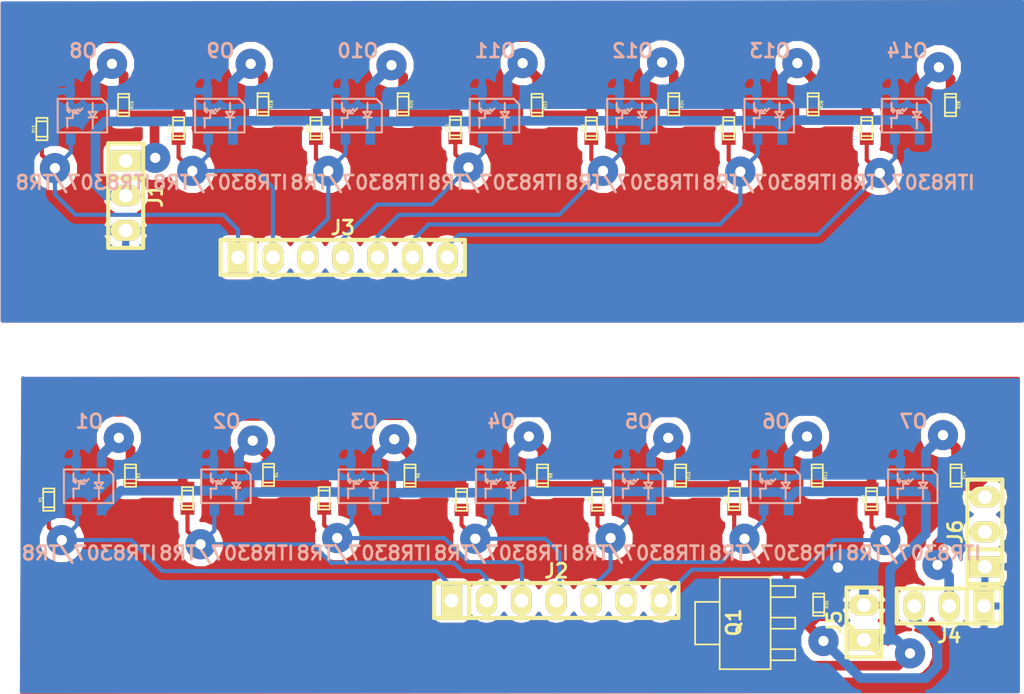
<source format=kicad_pcb>
(kicad_pcb (version 4) (host pcbnew "(2015-02-24 BZR 5451)-product")
  (layers (0 F.Cu signal) (31 B.Cu signal) (34 B.Paste user hide) (35 F.Paste user hide) (36 B.SilkS user) (37 F.SilkS user) (38 B.Mask user hide) (39 F.Mask user hide) (44 Edge.Cuts user))
  (net 0 "")
  (net 1 GND)
  (net 2 VDD50)
  (net 3 ADC0)
  (net 4 ADC2)
  (net 5 ADC3)
  (net 6 ADC4)
  (net 7 ADC5)
  (net 8 ADC6)
  (net 9 ADC7)
  (net 10 ADC8)
  (net 11 ADC9)
  (net 12 ADC1)
  (net 13 ADC13)
  (net 14 SENS_NFET)
  (net 15 ADC12)
  (net 16 ADC11)
  (net 17 ADC10)
  (net 18 /MOS_DRAIN)
  (net 19 "Net-(O1-Pad2)")
  (net 20 "Net-(O2-Pad2)")
  (net 21 "Net-(O3-Pad2)")
  (net 22 "Net-(O4-Pad2)")
  (net 23 "Net-(O5-Pad2)")
  (net 24 "Net-(O6-Pad2)")
  (net 25 "Net-(O7-Pad2)")
  (net 26 "Net-(O8-Pad2)")
  (net 27 "Net-(O9-Pad2)")
  (net 28 "Net-(O10-Pad2)")
  (net 29 "Net-(O11-Pad2)")
  (net 30 "Net-(O12-Pad2)")
  (net 31 "Net-(O13-Pad2)")
  (net 32 "Net-(O14-Pad2)")
  (module w_pin_strip:pin_strip_7 (layer F.Cu) (at 102 102.35)
    (fp_text reference J2 (at 0 -2.159) (layer F.SilkS) (effects (font (size 1.016 1.016) (thickness 0.2032))))
    (fp_text value HEADER_7 hide)
    (pad 1 thru_hole rect (at -7.62 0) (size 1.524 2.19964) (drill 1.00076) (layers *.Cu *.Mask F.SilkS) (net 3 ADC0))
    (pad 2 thru_hole oval (at -5.08 0) (size 1.524 2.19964) (drill 1.00076) (layers *.Cu *.Mask F.SilkS) (net 12 ADC1))
    (pad 3 thru_hole oval (at -2.54 0) (size 1.524 2.19964) (drill 1.00076) (layers *.Cu *.Mask F.SilkS) (net 4 ADC2))
    (pad 4 thru_hole oval (at 0 0) (size 1.524 2.19964) (drill 1.00076) (layers *.Cu *.Mask F.SilkS) (net 5 ADC3))
    (pad 5 thru_hole oval (at 2.54 0) (size 1.524 2.19964) (drill 1.00076) (layers *.Cu *.Mask F.SilkS) (net 6 ADC4))
    (pad 6 thru_hole oval (at 5.08 0) (size 1.524 2.19964) (drill 1.00076) (layers *.Cu *.Mask F.SilkS) (net 7 ADC5))
    (pad 7 thru_hole oval (at 7.62 0) (size 1.524 2.19964) (drill 1.00076) (layers *.Cu *.Mask F.SilkS) (net 8 ADC6))
  )
  (module w_pin_strip:pin_strip_7 (layer F.Cu) (at 86.45 77.35)
    (fp_text reference J3 (at 0 -2.159) (layer F.SilkS) (effects (font (size 1.016 1.016) (thickness 0.2032))))
    (fp_text value HEADER_7 hide)
    (pad 1 thru_hole rect (at -7.62 0) (size 1.524 2.19964) (drill 1.00076) (layers *.Cu *.Mask F.SilkS) (net 9 ADC7))
    (pad 2 thru_hole oval (at -5.08 0) (size 1.524 2.19964) (drill 1.00076) (layers *.Cu *.Mask F.SilkS) (net 10 ADC8))
    (pad 3 thru_hole oval (at -2.54 0) (size 1.524 2.19964) (drill 1.00076) (layers *.Cu *.Mask F.SilkS) (net 11 ADC9))
    (pad 4 thru_hole oval (at 0 0) (size 1.524 2.19964) (drill 1.00076) (layers *.Cu *.Mask F.SilkS) (net 17 ADC10))
    (pad 5 thru_hole oval (at 2.54 0) (size 1.524 2.19964) (drill 1.00076) (layers *.Cu *.Mask F.SilkS) (net 16 ADC11))
    (pad 6 thru_hole oval (at 5.08 0) (size 1.524 2.19964) (drill 1.00076) (layers *.Cu *.Mask F.SilkS) (net 15 ADC12))
    (pad 7 thru_hole oval (at 7.62 0) (size 1.524 2.19964) (drill 1.00076) (layers *.Cu *.Mask F.SilkS) (net 13 ADC13))
  )
  (module w_pin_strip:pin_strip_3 (layer F.Cu) (at 130.6 102.75 180)
    (fp_text reference J4 (at 0 -2.159 180) (layer F.SilkS) (effects (font (size 1.016 1.016) (thickness 0.2032))))
    (fp_text value HEADER_3 hide)
    (pad 1 thru_hole rect (at -2.54 0 180) (size 1.524 2.19964) (drill 1.00076) (layers *.Cu *.Mask F.SilkS) (net 1 GND))
    (pad 2 thru_hole oval (at 0 0 180) (size 1.524 2.19964) (drill 1.00076) (layers *.Cu *.Mask F.SilkS) (net 2 VDD50))
    (pad 3 thru_hole oval (at 2.54 0 180) (size 1.524 2.19964) (drill 1.00076) (layers *.Cu *.Mask F.SilkS) (net 14 SENS_NFET))
  )
  (module w_pin_strip:pin_strip_2 (layer F.Cu) (at 124.4 103.95 90)
    (fp_text reference J5 (at 0 -2.159 90) (layer F.SilkS) (effects (font (size 1.016 1.016) (thickness 0.2032))))
    (fp_text value HEADER_2 hide)
    (pad 1 thru_hole rect (at -1.27 0 90) (size 1.524 2.19964) (drill 1.00076) (layers *.Cu *.Mask F.SilkS) (net 18 /MOS_DRAIN))
    (pad 2 thru_hole oval (at 1.27 0 90) (size 1.524 2.19964) (drill 1.00076) (layers *.Cu *.Mask F.SilkS) (net 1 GND))
  )
  (module freaquency:w_freaquency_smd_opto_ITR8307 (layer B.Cu) (at 68 94 180)
    (fp_text reference O1 (at 0 4.7 180) (layer B.SilkS) (effects (font (thickness 0.2)) (justify mirror)))
    (fp_text value ITR8307/TR8 (at 0 -4.9 180) (layer B.SilkS) (effects (font (thickness 0.2)) (justify mirror)))
    (pad 1 smd rect (at -0.9 -1.75 180) (size 0.7 0.8) (layers B.Cu B.Paste B.Mask) (net 18 /MOS_DRAIN))
    (pad 2 smd rect (at -0.9 1.75 180) (size 0.7 0.8) (layers B.Cu B.Paste B.Mask) (net 19 "Net-(O1-Pad2)"))
    (pad 3 smd rect (at 0.9 -1.75 180) (size 0.7 0.8) (layers B.Cu B.Paste B.Mask) (net 3 ADC0))
    (pad 4 smd rect (at 0.95 1.75 180) (size 0.7 0.8) (layers B.Cu B.Paste B.Mask) (net 1 GND))
  )
  (module freaquency:w_freaquency_smd_opto_ITR8307 (layer B.Cu) (at 78 94 180)
    (fp_text reference O2 (at 0 4.7 180) (layer B.SilkS) (effects (font (thickness 0.2)) (justify mirror)))
    (fp_text value ITR8307/TR8 (at 0 -4.9 180) (layer B.SilkS) (effects (font (thickness 0.2)) (justify mirror)))
    (pad 1 smd rect (at -0.9 -1.75 180) (size 0.7 0.8) (layers B.Cu B.Paste B.Mask) (net 18 /MOS_DRAIN))
    (pad 2 smd rect (at -0.9 1.75 180) (size 0.7 0.8) (layers B.Cu B.Paste B.Mask) (net 20 "Net-(O2-Pad2)"))
    (pad 3 smd rect (at 0.9 -1.75 180) (size 0.7 0.8) (layers B.Cu B.Paste B.Mask) (net 12 ADC1))
    (pad 4 smd rect (at 0.95 1.75 180) (size 0.7 0.8) (layers B.Cu B.Paste B.Mask) (net 1 GND))
  )
  (module freaquency:w_freaquency_smd_opto_ITR8307 (layer B.Cu) (at 88 94 180)
    (fp_text reference O3 (at 0 4.7 180) (layer B.SilkS) (effects (font (thickness 0.2)) (justify mirror)))
    (fp_text value ITR8307/TR8 (at 0 -4.9 180) (layer B.SilkS) (effects (font (thickness 0.2)) (justify mirror)))
    (pad 1 smd rect (at -0.9 -1.75 180) (size 0.7 0.8) (layers B.Cu B.Paste B.Mask) (net 18 /MOS_DRAIN))
    (pad 2 smd rect (at -0.9 1.75 180) (size 0.7 0.8) (layers B.Cu B.Paste B.Mask) (net 21 "Net-(O3-Pad2)"))
    (pad 3 smd rect (at 0.9 -1.75 180) (size 0.7 0.8) (layers B.Cu B.Paste B.Mask) (net 4 ADC2))
    (pad 4 smd rect (at 0.95 1.75 180) (size 0.7 0.8) (layers B.Cu B.Paste B.Mask) (net 1 GND))
  )
  (module freaquency:w_freaquency_smd_opto_ITR8307 (layer B.Cu) (at 98 94 180)
    (fp_text reference O4 (at 0 4.7 180) (layer B.SilkS) (effects (font (thickness 0.2)) (justify mirror)))
    (fp_text value ITR8307/TR8 (at 0 -4.9 180) (layer B.SilkS) (effects (font (thickness 0.2)) (justify mirror)))
    (pad 1 smd rect (at -0.9 -1.75 180) (size 0.7 0.8) (layers B.Cu B.Paste B.Mask) (net 18 /MOS_DRAIN))
    (pad 2 smd rect (at -0.9 1.75 180) (size 0.7 0.8) (layers B.Cu B.Paste B.Mask) (net 22 "Net-(O4-Pad2)"))
    (pad 3 smd rect (at 0.9 -1.75 180) (size 0.7 0.8) (layers B.Cu B.Paste B.Mask) (net 5 ADC3))
    (pad 4 smd rect (at 0.95 1.75 180) (size 0.7 0.8) (layers B.Cu B.Paste B.Mask) (net 1 GND))
  )
  (module freaquency:w_freaquency_smd_opto_ITR8307 (layer B.Cu) (at 108 94 180)
    (fp_text reference O5 (at 0 4.7 180) (layer B.SilkS) (effects (font (thickness 0.2)) (justify mirror)))
    (fp_text value ITR8307/TR8 (at 0 -4.9 180) (layer B.SilkS) (effects (font (thickness 0.2)) (justify mirror)))
    (pad 1 smd rect (at -0.9 -1.75 180) (size 0.7 0.8) (layers B.Cu B.Paste B.Mask) (net 18 /MOS_DRAIN))
    (pad 2 smd rect (at -0.9 1.75 180) (size 0.7 0.8) (layers B.Cu B.Paste B.Mask) (net 23 "Net-(O5-Pad2)"))
    (pad 3 smd rect (at 0.9 -1.75 180) (size 0.7 0.8) (layers B.Cu B.Paste B.Mask) (net 6 ADC4))
    (pad 4 smd rect (at 0.95 1.75 180) (size 0.7 0.8) (layers B.Cu B.Paste B.Mask) (net 1 GND))
  )
  (module freaquency:w_freaquency_smd_opto_ITR8307 (layer B.Cu) (at 118 94 180)
    (fp_text reference O6 (at 0 4.7 180) (layer B.SilkS) (effects (font (thickness 0.2)) (justify mirror)))
    (fp_text value ITR8307/TR8 (at 0 -4.9 180) (layer B.SilkS) (effects (font (thickness 0.2)) (justify mirror)))
    (pad 1 smd rect (at -0.9 -1.75 180) (size 0.7 0.8) (layers B.Cu B.Paste B.Mask) (net 18 /MOS_DRAIN))
    (pad 2 smd rect (at -0.9 1.75 180) (size 0.7 0.8) (layers B.Cu B.Paste B.Mask) (net 24 "Net-(O6-Pad2)"))
    (pad 3 smd rect (at 0.9 -1.75 180) (size 0.7 0.8) (layers B.Cu B.Paste B.Mask) (net 7 ADC5))
    (pad 4 smd rect (at 0.95 1.75 180) (size 0.7 0.8) (layers B.Cu B.Paste B.Mask) (net 1 GND))
  )
  (module freaquency:w_freaquency_smd_opto_ITR8307 (layer B.Cu) (at 128 94 180)
    (fp_text reference O7 (at 0 4.7 180) (layer B.SilkS) (effects (font (thickness 0.2)) (justify mirror)))
    (fp_text value ITR8307/TR8 (at 0 -4.9 180) (layer B.SilkS) (effects (font (thickness 0.2)) (justify mirror)))
    (pad 1 smd rect (at -0.9 -1.75 180) (size 0.7 0.8) (layers B.Cu B.Paste B.Mask) (net 18 /MOS_DRAIN))
    (pad 2 smd rect (at -0.9 1.75 180) (size 0.7 0.8) (layers B.Cu B.Paste B.Mask) (net 25 "Net-(O7-Pad2)"))
    (pad 3 smd rect (at 0.9 -1.75 180) (size 0.7 0.8) (layers B.Cu B.Paste B.Mask) (net 8 ADC6))
    (pad 4 smd rect (at 0.95 1.75 180) (size 0.7 0.8) (layers B.Cu B.Paste B.Mask) (net 1 GND))
  )
  (module freaquency:w_freaquency_smd_opto_ITR8307 (layer B.Cu) (at 67.55 67 180)
    (fp_text reference O8 (at 0 4.7 180) (layer B.SilkS) (effects (font (thickness 0.2)) (justify mirror)))
    (fp_text value ITR8307/TR8 (at 0 -4.9 180) (layer B.SilkS) (effects (font (thickness 0.2)) (justify mirror)))
    (pad 1 smd rect (at -0.9 -1.75 180) (size 0.7 0.8) (layers B.Cu B.Paste B.Mask) (net 18 /MOS_DRAIN))
    (pad 2 smd rect (at -0.9 1.75 180) (size 0.7 0.8) (layers B.Cu B.Paste B.Mask) (net 26 "Net-(O8-Pad2)"))
    (pad 3 smd rect (at 0.9 -1.75 180) (size 0.7 0.8) (layers B.Cu B.Paste B.Mask) (net 9 ADC7))
    (pad 4 smd rect (at 0.95 1.75 180) (size 0.7 0.8) (layers B.Cu B.Paste B.Mask) (net 1 GND))
  )
  (module freaquency:w_freaquency_smd_opto_ITR8307 (layer B.Cu) (at 77.55 67 180)
    (fp_text reference O9 (at 0 4.7 180) (layer B.SilkS) (effects (font (thickness 0.2)) (justify mirror)))
    (fp_text value ITR8307/TR8 (at 0 -4.9 180) (layer B.SilkS) (effects (font (thickness 0.2)) (justify mirror)))
    (pad 1 smd rect (at -0.9 -1.75 180) (size 0.7 0.8) (layers B.Cu B.Paste B.Mask) (net 18 /MOS_DRAIN))
    (pad 2 smd rect (at -0.9 1.75 180) (size 0.7 0.8) (layers B.Cu B.Paste B.Mask) (net 27 "Net-(O9-Pad2)"))
    (pad 3 smd rect (at 0.9 -1.75 180) (size 0.7 0.8) (layers B.Cu B.Paste B.Mask) (net 10 ADC8))
    (pad 4 smd rect (at 0.95 1.75 180) (size 0.7 0.8) (layers B.Cu B.Paste B.Mask) (net 1 GND))
  )
  (module freaquency:w_freaquency_smd_opto_ITR8307 (layer B.Cu) (at 87.55 67 180)
    (fp_text reference O10 (at 0 4.7 180) (layer B.SilkS) (effects (font (thickness 0.2)) (justify mirror)))
    (fp_text value ITR8307/TR8 (at 0 -4.9 180) (layer B.SilkS) (effects (font (thickness 0.2)) (justify mirror)))
    (pad 1 smd rect (at -0.9 -1.75 180) (size 0.7 0.8) (layers B.Cu B.Paste B.Mask) (net 18 /MOS_DRAIN))
    (pad 2 smd rect (at -0.9 1.75 180) (size 0.7 0.8) (layers B.Cu B.Paste B.Mask) (net 28 "Net-(O10-Pad2)"))
    (pad 3 smd rect (at 0.9 -1.75 180) (size 0.7 0.8) (layers B.Cu B.Paste B.Mask) (net 11 ADC9))
    (pad 4 smd rect (at 0.95 1.75 180) (size 0.7 0.8) (layers B.Cu B.Paste B.Mask) (net 1 GND))
  )
  (module freaquency:w_freaquency_smd_opto_ITR8307 (layer B.Cu) (at 97.55 67 180)
    (fp_text reference O11 (at 0 4.7 180) (layer B.SilkS) (effects (font (thickness 0.2)) (justify mirror)))
    (fp_text value ITR8307/TR8 (at 0 -4.9 180) (layer B.SilkS) (effects (font (thickness 0.2)) (justify mirror)))
    (pad 1 smd rect (at -0.9 -1.75 180) (size 0.7 0.8) (layers B.Cu B.Paste B.Mask) (net 18 /MOS_DRAIN))
    (pad 2 smd rect (at -0.9 1.75 180) (size 0.7 0.8) (layers B.Cu B.Paste B.Mask) (net 29 "Net-(O11-Pad2)"))
    (pad 3 smd rect (at 0.9 -1.75 180) (size 0.7 0.8) (layers B.Cu B.Paste B.Mask) (net 17 ADC10))
    (pad 4 smd rect (at 0.95 1.75 180) (size 0.7 0.8) (layers B.Cu B.Paste B.Mask) (net 1 GND))
  )
  (module freaquency:w_freaquency_smd_opto_ITR8307 (layer B.Cu) (at 107.55 67 180)
    (fp_text reference O12 (at 0 4.7 180) (layer B.SilkS) (effects (font (thickness 0.2)) (justify mirror)))
    (fp_text value ITR8307/TR8 (at 0 -4.9 180) (layer B.SilkS) (effects (font (thickness 0.2)) (justify mirror)))
    (pad 1 smd rect (at -0.9 -1.75 180) (size 0.7 0.8) (layers B.Cu B.Paste B.Mask) (net 18 /MOS_DRAIN))
    (pad 2 smd rect (at -0.9 1.75 180) (size 0.7 0.8) (layers B.Cu B.Paste B.Mask) (net 30 "Net-(O12-Pad2)"))
    (pad 3 smd rect (at 0.9 -1.75 180) (size 0.7 0.8) (layers B.Cu B.Paste B.Mask) (net 16 ADC11))
    (pad 4 smd rect (at 0.95 1.75 180) (size 0.7 0.8) (layers B.Cu B.Paste B.Mask) (net 1 GND))
  )
  (module freaquency:w_freaquency_smd_opto_ITR8307 (layer B.Cu) (at 117.55 67 180)
    (fp_text reference O13 (at 0 4.7 180) (layer B.SilkS) (effects (font (thickness 0.2)) (justify mirror)))
    (fp_text value ITR8307/TR8 (at 0 -4.9 180) (layer B.SilkS) (effects (font (thickness 0.2)) (justify mirror)))
    (pad 1 smd rect (at -0.9 -1.75 180) (size 0.7 0.8) (layers B.Cu B.Paste B.Mask) (net 18 /MOS_DRAIN))
    (pad 2 smd rect (at -0.9 1.75 180) (size 0.7 0.8) (layers B.Cu B.Paste B.Mask) (net 31 "Net-(O13-Pad2)"))
    (pad 3 smd rect (at 0.9 -1.75 180) (size 0.7 0.8) (layers B.Cu B.Paste B.Mask) (net 15 ADC12))
    (pad 4 smd rect (at 0.95 1.75 180) (size 0.7 0.8) (layers B.Cu B.Paste B.Mask) (net 1 GND))
  )
  (module freaquency:w_freaquency_smd_opto_ITR8307 (layer B.Cu) (at 127.55 67 180)
    (fp_text reference O14 (at 0 4.7 180) (layer B.SilkS) (effects (font (thickness 0.2)) (justify mirror)))
    (fp_text value ITR8307/TR8 (at 0 -4.9 180) (layer B.SilkS) (effects (font (thickness 0.2)) (justify mirror)))
    (pad 1 smd rect (at -0.9 -1.75 180) (size 0.7 0.8) (layers B.Cu B.Paste B.Mask) (net 18 /MOS_DRAIN))
    (pad 2 smd rect (at -0.9 1.75 180) (size 0.7 0.8) (layers B.Cu B.Paste B.Mask) (net 32 "Net-(O14-Pad2)"))
    (pad 3 smd rect (at 0.9 -1.75 180) (size 0.7 0.8) (layers B.Cu B.Paste B.Mask) (net 13 ADC13))
    (pad 4 smd rect (at 0.95 1.75 180) (size 0.7 0.8) (layers B.Cu B.Paste B.Mask) (net 1 GND))
  )
  (module w_smd_trans:sot223 (layer F.Cu) (at 115.75 104 90)
    (fp_text reference Q1 (at 0.0508 -0.8382 90) (layer F.SilkS) (effects (font (size 1.00076 1.00076) (thickness 0.20066))))
    (fp_text value FET_N_DGS hide)
    (pad 1 smd rect (at -2.30124 2.99974 90) (size 1.30048 1.80086) (layers F.Cu F.Paste F.Mask) (net 18 /MOS_DRAIN))
    (pad 2 smd rect (at 0 2.99974 90) (size 1.30048 1.80086) (layers F.Cu F.Paste F.Mask) (net 14 SENS_NFET))
    (pad 3 smd rect (at 2.30124 2.99974 90) (size 1.30048 1.80086) (layers F.Cu F.Paste F.Mask) (net 1 GND))
    (pad 4 smd rect (at 0 -2.99974 90) (size 3.79984 1.80086) (layers F.Cu F.Paste F.Mask))
  )
  (module w_smd_resistors:r_0603 (layer F.Cu) (at 65.05 95 90)
    (fp_text reference R1 (at 0 -0.6096 90) (layer F.SilkS) (effects (font (size 0.20066 0.20066) (thickness 0.04064))))
    (fp_text value 10k hide)
    (pad 1 smd rect (at 0.75184 0 90) (size 0.89916 1.00076) (layers F.Cu F.Paste F.Mask) (net 2 VDD50))
    (pad 2 smd rect (at -0.75184 0 90) (size 0.89916 1.00076) (layers F.Cu F.Paste F.Mask) (net 3 ADC0))
  )
  (module w_smd_resistors:r_0603 (layer F.Cu) (at 71 93.25 270)
    (fp_text reference R2 (at 0 -0.6096 270) (layer F.SilkS) (effects (font (size 0.20066 0.20066) (thickness 0.04064))))
    (fp_text value 150 hide)
    (pad 1 smd rect (at 0.75184 0 270) (size 0.89916 1.00076) (layers F.Cu F.Paste F.Mask) (net 2 VDD50))
    (pad 2 smd rect (at -0.75184 0 270) (size 0.89916 1.00076) (layers F.Cu F.Paste F.Mask) (net 19 "Net-(O1-Pad2)"))
  )
  (module w_smd_resistors:r_0603 (layer F.Cu) (at 75.15 94.9 90)
    (fp_text reference R3 (at 0 -0.6096 90) (layer F.SilkS) (effects (font (size 0.20066 0.20066) (thickness 0.04064))))
    (fp_text value 10k hide)
    (pad 1 smd rect (at 0.75184 0 90) (size 0.89916 1.00076) (layers F.Cu F.Paste F.Mask) (net 2 VDD50))
    (pad 2 smd rect (at -0.75184 0 90) (size 0.89916 1.00076) (layers F.Cu F.Paste F.Mask) (net 12 ADC1))
  )
  (module w_smd_resistors:r_0603 (layer F.Cu) (at 81.05 93.2 270)
    (fp_text reference R4 (at 0 -0.6096 270) (layer F.SilkS) (effects (font (size 0.20066 0.20066) (thickness 0.04064))))
    (fp_text value 150 hide)
    (pad 1 smd rect (at 0.75184 0 270) (size 0.89916 1.00076) (layers F.Cu F.Paste F.Mask) (net 2 VDD50))
    (pad 2 smd rect (at -0.75184 0 270) (size 0.89916 1.00076) (layers F.Cu F.Paste F.Mask) (net 20 "Net-(O2-Pad2)"))
  )
  (module w_smd_resistors:r_0603 (layer F.Cu) (at 85.1 94.9 90)
    (fp_text reference R5 (at 0 -0.6096 90) (layer F.SilkS) (effects (font (size 0.20066 0.20066) (thickness 0.04064))))
    (fp_text value 10k hide)
    (pad 1 smd rect (at 0.75184 0 90) (size 0.89916 1.00076) (layers F.Cu F.Paste F.Mask) (net 2 VDD50))
    (pad 2 smd rect (at -0.75184 0 90) (size 0.89916 1.00076) (layers F.Cu F.Paste F.Mask) (net 4 ADC2))
  )
  (module w_smd_resistors:r_0603 (layer F.Cu) (at 91.35 93.25 270)
    (fp_text reference R6 (at 0 -0.6096 270) (layer F.SilkS) (effects (font (size 0.20066 0.20066) (thickness 0.04064))))
    (fp_text value 150 hide)
    (pad 1 smd rect (at 0.75184 0 270) (size 0.89916 1.00076) (layers F.Cu F.Paste F.Mask) (net 2 VDD50))
    (pad 2 smd rect (at -0.75184 0 270) (size 0.89916 1.00076) (layers F.Cu F.Paste F.Mask) (net 21 "Net-(O3-Pad2)"))
  )
  (module w_smd_resistors:r_0603 (layer F.Cu) (at 95.1 95 90)
    (fp_text reference R7 (at 0 -0.6096 90) (layer F.SilkS) (effects (font (size 0.20066 0.20066) (thickness 0.04064))))
    (fp_text value 10k hide)
    (pad 1 smd rect (at 0.75184 0 90) (size 0.89916 1.00076) (layers F.Cu F.Paste F.Mask) (net 2 VDD50))
    (pad 2 smd rect (at -0.75184 0 90) (size 0.89916 1.00076) (layers F.Cu F.Paste F.Mask) (net 5 ADC3))
  )
  (module w_smd_resistors:r_0603 (layer F.Cu) (at 101 93.25 270)
    (fp_text reference R8 (at 0 -0.6096 270) (layer F.SilkS) (effects (font (size 0.20066 0.20066) (thickness 0.04064))))
    (fp_text value 150 hide)
    (pad 1 smd rect (at 0.75184 0 270) (size 0.89916 1.00076) (layers F.Cu F.Paste F.Mask) (net 2 VDD50))
    (pad 2 smd rect (at -0.75184 0 270) (size 0.89916 1.00076) (layers F.Cu F.Paste F.Mask) (net 22 "Net-(O4-Pad2)"))
  )
  (module w_smd_resistors:r_0603 (layer F.Cu) (at 105 95 90)
    (fp_text reference R9 (at 0 -0.6096 90) (layer F.SilkS) (effects (font (size 0.20066 0.20066) (thickness 0.04064))))
    (fp_text value 10k hide)
    (pad 1 smd rect (at 0.75184 0 90) (size 0.89916 1.00076) (layers F.Cu F.Paste F.Mask) (net 2 VDD50))
    (pad 2 smd rect (at -0.75184 0 90) (size 0.89916 1.00076) (layers F.Cu F.Paste F.Mask) (net 6 ADC4))
  )
  (module w_smd_resistors:r_0603 (layer F.Cu) (at 111.05 93.25 270)
    (fp_text reference R10 (at 0 -0.6096 270) (layer F.SilkS) (effects (font (size 0.20066 0.20066) (thickness 0.04064))))
    (fp_text value 150 hide)
    (pad 1 smd rect (at 0.75184 0 270) (size 0.89916 1.00076) (layers F.Cu F.Paste F.Mask) (net 2 VDD50))
    (pad 2 smd rect (at -0.75184 0 270) (size 0.89916 1.00076) (layers F.Cu F.Paste F.Mask) (net 23 "Net-(O5-Pad2)"))
  )
  (module w_smd_resistors:r_0603 (layer F.Cu) (at 114.95 94.95 90)
    (fp_text reference R11 (at 0 -0.6096 90) (layer F.SilkS) (effects (font (size 0.20066 0.20066) (thickness 0.04064))))
    (fp_text value 10k hide)
    (pad 1 smd rect (at 0.75184 0 90) (size 0.89916 1.00076) (layers F.Cu F.Paste F.Mask) (net 2 VDD50))
    (pad 2 smd rect (at -0.75184 0 90) (size 0.89916 1.00076) (layers F.Cu F.Paste F.Mask) (net 7 ADC5))
  )
  (module w_smd_resistors:r_0603 (layer F.Cu) (at 121 93.25 270)
    (fp_text reference R12 (at 0 -0.6096 270) (layer F.SilkS) (effects (font (size 0.20066 0.20066) (thickness 0.04064))))
    (fp_text value 150 hide)
    (pad 1 smd rect (at 0.75184 0 270) (size 0.89916 1.00076) (layers F.Cu F.Paste F.Mask) (net 2 VDD50))
    (pad 2 smd rect (at -0.75184 0 270) (size 0.89916 1.00076) (layers F.Cu F.Paste F.Mask) (net 24 "Net-(O6-Pad2)"))
  )
  (module w_smd_resistors:r_0603 (layer F.Cu) (at 124.95 94.95 90)
    (fp_text reference R13 (at 0 -0.6096 90) (layer F.SilkS) (effects (font (size 0.20066 0.20066) (thickness 0.04064))))
    (fp_text value 10k hide)
    (pad 1 smd rect (at 0.75184 0 90) (size 0.89916 1.00076) (layers F.Cu F.Paste F.Mask) (net 2 VDD50))
    (pad 2 smd rect (at -0.75184 0 90) (size 0.89916 1.00076) (layers F.Cu F.Paste F.Mask) (net 8 ADC6))
  )
  (module w_smd_resistors:r_0603 (layer F.Cu) (at 131.1 93.25 270)
    (fp_text reference R14 (at 0 -0.6096 270) (layer F.SilkS) (effects (font (size 0.20066 0.20066) (thickness 0.04064))))
    (fp_text value 150 hide)
    (pad 1 smd rect (at 0.75184 0 270) (size 0.89916 1.00076) (layers F.Cu F.Paste F.Mask) (net 2 VDD50))
    (pad 2 smd rect (at -0.75184 0 270) (size 0.89916 1.00076) (layers F.Cu F.Paste F.Mask) (net 25 "Net-(O7-Pad2)"))
  )
  (module w_smd_resistors:r_0603 (layer F.Cu) (at 64.55 68 90)
    (fp_text reference R15 (at 0 -0.6096 90) (layer F.SilkS) (effects (font (size 0.20066 0.20066) (thickness 0.04064))))
    (fp_text value 10k hide)
    (pad 1 smd rect (at 0.75184 0 90) (size 0.89916 1.00076) (layers F.Cu F.Paste F.Mask) (net 2 VDD50))
    (pad 2 smd rect (at -0.75184 0 90) (size 0.89916 1.00076) (layers F.Cu F.Paste F.Mask) (net 9 ADC7))
  )
  (module w_smd_resistors:r_0603 (layer F.Cu) (at 70.5 66.25 270)
    (fp_text reference R16 (at 0 -0.6096 270) (layer F.SilkS) (effects (font (size 0.20066 0.20066) (thickness 0.04064))))
    (fp_text value 150 hide)
    (pad 1 smd rect (at 0.75184 0 270) (size 0.89916 1.00076) (layers F.Cu F.Paste F.Mask) (net 2 VDD50))
    (pad 2 smd rect (at -0.75184 0 270) (size 0.89916 1.00076) (layers F.Cu F.Paste F.Mask) (net 26 "Net-(O8-Pad2)"))
  )
  (module w_smd_resistors:r_0603 (layer F.Cu) (at 74.5 67.95 90)
    (fp_text reference R17 (at 0 -0.6096 90) (layer F.SilkS) (effects (font (size 0.20066 0.20066) (thickness 0.04064))))
    (fp_text value 10k hide)
    (pad 1 smd rect (at 0.75184 0 90) (size 0.89916 1.00076) (layers F.Cu F.Paste F.Mask) (net 2 VDD50))
    (pad 2 smd rect (at -0.75184 0 90) (size 0.89916 1.00076) (layers F.Cu F.Paste F.Mask) (net 10 ADC8))
  )
  (module w_smd_resistors:r_0603 (layer F.Cu) (at 80.65 66.2 270)
    (fp_text reference R18 (at 0 -0.6096 270) (layer F.SilkS) (effects (font (size 0.20066 0.20066) (thickness 0.04064))))
    (fp_text value 150 hide)
    (pad 1 smd rect (at 0.75184 0 270) (size 0.89916 1.00076) (layers F.Cu F.Paste F.Mask) (net 2 VDD50))
    (pad 2 smd rect (at -0.75184 0 270) (size 0.89916 1.00076) (layers F.Cu F.Paste F.Mask) (net 27 "Net-(O9-Pad2)"))
  )
  (module w_smd_resistors:r_0603 (layer F.Cu) (at 84.5 67.95 90)
    (fp_text reference R19 (at 0 -0.6096 90) (layer F.SilkS) (effects (font (size 0.20066 0.20066) (thickness 0.04064))))
    (fp_text value 10k hide)
    (pad 1 smd rect (at 0.75184 0 90) (size 0.89916 1.00076) (layers F.Cu F.Paste F.Mask) (net 2 VDD50))
    (pad 2 smd rect (at -0.75184 0 90) (size 0.89916 1.00076) (layers F.Cu F.Paste F.Mask) (net 11 ADC9))
  )
  (module w_smd_resistors:r_0603 (layer F.Cu) (at 90.85 66.2 270)
    (fp_text reference R20 (at 0 -0.6096 270) (layer F.SilkS) (effects (font (size 0.20066 0.20066) (thickness 0.04064))))
    (fp_text value 150 hide)
    (pad 1 smd rect (at 0.75184 0 270) (size 0.89916 1.00076) (layers F.Cu F.Paste F.Mask) (net 2 VDD50))
    (pad 2 smd rect (at -0.75184 0 270) (size 0.89916 1.00076) (layers F.Cu F.Paste F.Mask) (net 28 "Net-(O10-Pad2)"))
  )
  (module w_smd_resistors:r_0603 (layer F.Cu) (at 94.65 67.9 90)
    (fp_text reference R21 (at 0 -0.6096 90) (layer F.SilkS) (effects (font (size 0.20066 0.20066) (thickness 0.04064))))
    (fp_text value 10k hide)
    (pad 1 smd rect (at 0.75184 0 90) (size 0.89916 1.00076) (layers F.Cu F.Paste F.Mask) (net 2 VDD50))
    (pad 2 smd rect (at -0.75184 0 90) (size 0.89916 1.00076) (layers F.Cu F.Paste F.Mask) (net 17 ADC10))
  )
  (module w_smd_resistors:r_0603 (layer F.Cu) (at 100.6 66.25 270)
    (fp_text reference R22 (at 0 -0.6096 270) (layer F.SilkS) (effects (font (size 0.20066 0.20066) (thickness 0.04064))))
    (fp_text value 150 hide)
    (pad 1 smd rect (at 0.75184 0 270) (size 0.89916 1.00076) (layers F.Cu F.Paste F.Mask) (net 2 VDD50))
    (pad 2 smd rect (at -0.75184 0 270) (size 0.89916 1.00076) (layers F.Cu F.Paste F.Mask) (net 29 "Net-(O11-Pad2)"))
  )
  (module w_smd_resistors:r_0603 (layer F.Cu) (at 104.55 67.95 90)
    (fp_text reference R23 (at 0 -0.6096 90) (layer F.SilkS) (effects (font (size 0.20066 0.20066) (thickness 0.04064))))
    (fp_text value 10k hide)
    (pad 1 smd rect (at 0.75184 0 90) (size 0.89916 1.00076) (layers F.Cu F.Paste F.Mask) (net 2 VDD50))
    (pad 2 smd rect (at -0.75184 0 90) (size 0.89916 1.00076) (layers F.Cu F.Paste F.Mask) (net 16 ADC11))
  )
  (module w_smd_resistors:r_0603 (layer F.Cu) (at 110.55 66.2 270)
    (fp_text reference R24 (at 0 -0.6096 270) (layer F.SilkS) (effects (font (size 0.20066 0.20066) (thickness 0.04064))))
    (fp_text value 150 hide)
    (pad 1 smd rect (at 0.75184 0 270) (size 0.89916 1.00076) (layers F.Cu F.Paste F.Mask) (net 2 VDD50))
    (pad 2 smd rect (at -0.75184 0 270) (size 0.89916 1.00076) (layers F.Cu F.Paste F.Mask) (net 30 "Net-(O12-Pad2)"))
  )
  (module w_smd_resistors:r_0603 (layer F.Cu) (at 114.55 67.95 90)
    (fp_text reference R25 (at 0 -0.6096 90) (layer F.SilkS) (effects (font (size 0.20066 0.20066) (thickness 0.04064))))
    (fp_text value 10k hide)
    (pad 1 smd rect (at 0.75184 0 90) (size 0.89916 1.00076) (layers F.Cu F.Paste F.Mask) (net 2 VDD50))
    (pad 2 smd rect (at -0.75184 0 90) (size 0.89916 1.00076) (layers F.Cu F.Paste F.Mask) (net 15 ADC12))
  )
  (module w_smd_resistors:r_0603 (layer F.Cu) (at 120.7 66.2 270)
    (fp_text reference R26 (at 0 -0.6096 270) (layer F.SilkS) (effects (font (size 0.20066 0.20066) (thickness 0.04064))))
    (fp_text value 150 hide)
    (pad 1 smd rect (at 0.75184 0 270) (size 0.89916 1.00076) (layers F.Cu F.Paste F.Mask) (net 2 VDD50))
    (pad 2 smd rect (at -0.75184 0 270) (size 0.89916 1.00076) (layers F.Cu F.Paste F.Mask) (net 31 "Net-(O13-Pad2)"))
  )
  (module w_smd_resistors:r_0603 (layer F.Cu) (at 124.6 67.95 90)
    (fp_text reference R27 (at 0 -0.6096 90) (layer F.SilkS) (effects (font (size 0.20066 0.20066) (thickness 0.04064))))
    (fp_text value 10k hide)
    (pad 1 smd rect (at 0.75184 0 90) (size 0.89916 1.00076) (layers F.Cu F.Paste F.Mask) (net 2 VDD50))
    (pad 2 smd rect (at -0.75184 0 90) (size 0.89916 1.00076) (layers F.Cu F.Paste F.Mask) (net 13 ADC13))
  )
  (module w_smd_resistors:r_0603 (layer F.Cu) (at 130.7 66.25 270)
    (fp_text reference R28 (at 0 -0.6096 270) (layer F.SilkS) (effects (font (size 0.20066 0.20066) (thickness 0.04064))))
    (fp_text value 150 hide)
    (pad 1 smd rect (at 0.75184 0 270) (size 0.89916 1.00076) (layers F.Cu F.Paste F.Mask) (net 2 VDD50))
    (pad 2 smd rect (at -0.75184 0 270) (size 0.89916 1.00076) (layers F.Cu F.Paste F.Mask) (net 32 "Net-(O14-Pad2)"))
  )
  (module w_smd_resistors:r_0603 (layer F.Cu) (at 121.1 102.65 270)
    (fp_text reference R30 (at 0 -0.6096 270) (layer F.SilkS) (effects (font (size 0.20066 0.20066) (thickness 0.04064))))
    (fp_text value R hide)
    (pad 1 smd rect (at 0.75184 0 270) (size 0.89916 1.00076) (layers F.Cu F.Paste F.Mask) (net 14 SENS_NFET))
    (pad 2 smd rect (at -0.75184 0 270) (size 0.89916 1.00076) (layers F.Cu F.Paste F.Mask) (net 1 GND))
  )
  (module w_pin_strip:pin_strip_3 (layer F.Cu) (at 70.65 72.85 270)
    (fp_text reference J1 (at 0 -2.159 270) (layer F.SilkS) (effects (font (size 1.016 1.016) (thickness 0.2032))))
    (fp_text value HEADER_3 hide)
    (pad 1 thru_hole rect (at -2.54 0 270) (size 1.524 2.19964) (drill 1.00076) (layers *.Cu *.Mask F.SilkS) (net 2 VDD50))
    (pad 2 thru_hole oval (at 0 0 270) (size 1.524 2.19964) (drill 1.00076) (layers *.Cu *.Mask F.SilkS) (net 18 /MOS_DRAIN))
    (pad 3 thru_hole oval (at 2.54 0 270) (size 1.524 2.19964) (drill 1.00076) (layers *.Cu *.Mask F.SilkS) (net 1 GND))
  )
  (module w_pin_strip:pin_strip_3 (layer F.Cu) (at 133.2 97.35 90)
    (fp_text reference J6 (at 0 -2.159 90) (layer F.SilkS) (effects (font (size 1.016 1.016) (thickness 0.2032))))
    (fp_text value HEADER_3 hide)
    (pad 1 thru_hole rect (at -2.54 0 90) (size 1.524 2.19964) (drill 1.00076) (layers *.Cu *.Mask F.SilkS) (net 1 GND))
    (pad 2 thru_hole oval (at 0 0 90) (size 1.524 2.19964) (drill 1.00076) (layers *.Cu *.Mask F.SilkS) (net 18 /MOS_DRAIN))
    (pad 3 thru_hole oval (at 2.54 0 90) (size 1.524 2.19964) (drill 1.00076) (layers *.Cu *.Mask F.SilkS) (net 2 VDD50))
  )
  (segment (start 70.65 75.39) (end 66.69 75.39) (width 0.7) (layer B.Cu) (net 1))
  (segment (start 64.1 64.55) (end 66.6 64.55) (width 0.7) (layer B.Cu) (net 1))
  (segment (start 63.65 65) (end 64.1 64.55) (width 0.7) (layer B.Cu) (net 1))
  (segment (start 63.65 72.35) (end 63.65 65) (width 0.7) (layer B.Cu) (net 1))
  (segment (start 66.69 75.39) (end 63.65 72.35) (width 0.7) (layer B.Cu) (net 1))
  (segment (start 121.1 101.89816) (end 121.1 101.35) (width 0.7) (layer F.Cu) (net 1))
  (segment (start 124.4 101.1) (end 124.4 102.68) (width 0.7) (layer B.Cu) (net 1))
  (segment (start 123.25 99.95) (end 124.4 101.1) (width 0.7) (layer B.Cu) (net 1))
  (segment (start 122.5 99.95) (end 123.25 99.95) (width 0.7) (layer B.Cu) (net 1))
  (via (at 122.5 99.95) (size 2.2) (drill 0.75) (layers F.Cu B.Cu) (net 1))
  (segment (start 121.1 101.35) (end 122.5 99.95) (width 0.7) (layer F.Cu) (net 1))
  (segment (start 118.74974 101.69876) (end 120.9006 101.69876) (width 0.7) (layer F.Cu) (net 1))
  (segment (start 120.9006 101.69876) (end 121.1 101.89816) (width 0.7) (layer F.Cu) (net 1))
  (segment (start 118.80124 101.69876) (end 118.74974 101.69876) (width 0.7) (layer F.Cu) (net 1))
  (segment (start 116.6 62.2) (end 117.5 61.3) (width 0.3) (layer B.Cu) (net 1))
  (segment (start 126.65 62.15) (end 126.65 65.2) (width 0.3) (layer B.Cu) (net 1))
  (segment (start 125.8 61.3) (end 126.65 62.15) (width 0.3) (layer B.Cu) (net 1))
  (segment (start 117.5 61.3) (end 125.8 61.3) (width 0.3) (layer B.Cu) (net 1))
  (segment (start 126.65 65.2) (end 126.6 65.25) (width 0.3) (layer B.Cu) (net 1))
  (segment (start 106.75 62) (end 106.85 62) (width 0.3) (layer B.Cu) (net 1))
  (segment (start 116.6 62.15) (end 116.6 62.2) (width 0.3) (layer B.Cu) (net 1))
  (segment (start 116.6 62.2) (end 116.6 65.25) (width 0.3) (layer B.Cu) (net 1))
  (segment (start 115.75 61.3) (end 116.6 62.15) (width 0.3) (layer B.Cu) (net 1))
  (segment (start 107.55 61.3) (end 115.75 61.3) (width 0.3) (layer B.Cu) (net 1))
  (segment (start 106.85 62) (end 107.55 61.3) (width 0.3) (layer B.Cu) (net 1))
  (segment (start 96.6 62.45) (end 97.9 61.15) (width 0.3) (layer B.Cu) (net 1))
  (segment (start 106.75 62) (end 106.75 65.1) (width 0.3) (layer B.Cu) (net 1))
  (segment (start 105.9 61.15) (end 106.75 62) (width 0.3) (layer B.Cu) (net 1))
  (segment (start 97.9 61.15) (end 105.9 61.15) (width 0.3) (layer B.Cu) (net 1))
  (segment (start 106.75 65.1) (end 106.6 65.25) (width 0.3) (layer B.Cu) (net 1))
  (segment (start 86.45 62.25) (end 86.55 62.25) (width 0.3) (layer B.Cu) (net 1))
  (segment (start 96.6 62.45) (end 96.6 65.25) (width 0.3) (layer B.Cu) (net 1))
  (segment (start 95.55 61.4) (end 96.6 62.45) (width 0.3) (layer B.Cu) (net 1))
  (segment (start 87.4 61.4) (end 95.55 61.4) (width 0.3) (layer B.Cu) (net 1))
  (segment (start 86.55 62.25) (end 87.4 61.4) (width 0.3) (layer B.Cu) (net 1))
  (segment (start 76.65 62.1) (end 77.5 61.25) (width 0.3) (layer B.Cu) (net 1))
  (segment (start 86.45 62.25) (end 86.45 65.1) (width 0.3) (layer B.Cu) (net 1))
  (segment (start 85.45 61.25) (end 86.45 62.25) (width 0.3) (layer B.Cu) (net 1))
  (segment (start 77.5 61.25) (end 85.45 61.25) (width 0.3) (layer B.Cu) (net 1))
  (segment (start 86.45 65.1) (end 86.6 65.25) (width 0.3) (layer B.Cu) (net 1))
  (segment (start 66.6 65.25) (end 66.6 64.55) (width 0.3) (layer B.Cu) (net 1))
  (segment (start 66.6 64.55) (end 66.6 62.9) (width 0.3) (layer B.Cu) (net 1))
  (segment (start 76.65 62.1) (end 76.65 65.2) (width 0.3) (layer B.Cu) (net 1))
  (segment (start 75.9 61.35) (end 76.65 62.1) (width 0.3) (layer B.Cu) (net 1))
  (segment (start 68.15 61.35) (end 75.9 61.35) (width 0.3) (layer B.Cu) (net 1))
  (segment (start 66.6 62.9) (end 68.15 61.35) (width 0.3) (layer B.Cu) (net 1))
  (segment (start 76.65 65.2) (end 76.6 65.25) (width 0.3) (layer B.Cu) (net 1))
  (segment (start 117.05 89.65) (end 117.2 89.65) (width 0.3) (layer B.Cu) (net 1))
  (segment (start 127.05 89.3) (end 127.05 92.25) (width 0.3) (layer B.Cu) (net 1))
  (segment (start 126.5 88.75) (end 127.05 89.3) (width 0.3) (layer B.Cu) (net 1))
  (segment (start 118.1 88.75) (end 126.5 88.75) (width 0.3) (layer B.Cu) (net 1))
  (segment (start 117.2 89.65) (end 118.1 88.75) (width 0.3) (layer B.Cu) (net 1))
  (segment (start 107.05 89.25) (end 107.15 89.25) (width 0.3) (layer B.Cu) (net 1))
  (segment (start 117.05 89.65) (end 117.05 92.25) (width 0.3) (layer B.Cu) (net 1))
  (segment (start 116.25 88.85) (end 117.05 89.65) (width 0.3) (layer B.Cu) (net 1))
  (segment (start 107.55 88.85) (end 116.25 88.85) (width 0.3) (layer B.Cu) (net 1))
  (segment (start 107.15 89.25) (end 107.55 88.85) (width 0.3) (layer B.Cu) (net 1))
  (segment (start 97.05 89.5) (end 97.1 89.5) (width 0.3) (layer B.Cu) (net 1))
  (segment (start 107.05 89.2) (end 107.05 89.25) (width 0.3) (layer B.Cu) (net 1))
  (segment (start 107.05 89.25) (end 107.05 92.25) (width 0.3) (layer B.Cu) (net 1))
  (segment (start 106.7 88.85) (end 107.05 89.2) (width 0.3) (layer B.Cu) (net 1))
  (segment (start 97.75 88.85) (end 106.7 88.85) (width 0.3) (layer B.Cu) (net 1))
  (segment (start 97.1 89.5) (end 97.75 88.85) (width 0.3) (layer B.Cu) (net 1))
  (segment (start 87.05 89.95) (end 87.2 89.95) (width 0.3) (layer B.Cu) (net 1))
  (segment (start 97.05 89.45) (end 97.05 89.5) (width 0.3) (layer B.Cu) (net 1))
  (segment (start 97.05 89.5) (end 97.05 92.25) (width 0.3) (layer B.Cu) (net 1))
  (segment (start 96.55 88.95) (end 97.05 89.45) (width 0.3) (layer B.Cu) (net 1))
  (segment (start 88.2 88.95) (end 96.55 88.95) (width 0.3) (layer B.Cu) (net 1))
  (segment (start 87.2 89.95) (end 88.2 88.95) (width 0.3) (layer B.Cu) (net 1))
  (segment (start 77.05 89.7) (end 77.05 89.6) (width 0.3) (layer B.Cu) (net 1))
  (segment (start 87.05 90) (end 87.05 89.95) (width 0.3) (layer B.Cu) (net 1))
  (segment (start 87.05 89.95) (end 87.05 92.25) (width 0.3) (layer B.Cu) (net 1))
  (segment (start 85.85 88.8) (end 87.05 90) (width 0.3) (layer B.Cu) (net 1))
  (segment (start 77.85 88.8) (end 85.85 88.8) (width 0.3) (layer B.Cu) (net 1))
  (segment (start 77.05 89.6) (end 77.85 88.8) (width 0.3) (layer B.Cu) (net 1))
  (segment (start 67.05 92.25) (end 67.05 90.7) (width 0.3) (layer B.Cu) (net 1))
  (segment (start 77.05 89.7) (end 77.05 92.25) (width 0.3) (layer B.Cu) (net 1))
  (segment (start 76.05 88.7) (end 77.05 89.7) (width 0.3) (layer B.Cu) (net 1))
  (segment (start 69.05 88.7) (end 76.05 88.7) (width 0.3) (layer B.Cu) (net 1))
  (segment (start 67.05 90.7) (end 69.05 88.7) (width 0.3) (layer B.Cu) (net 1))
  (segment (start 70.65 70.31) (end 72.59 70.31) (width 0.7) (layer B.Cu) (net 2))
  (segment (start 72.75 70.05) (end 72.75 67.00184) (width 0.7) (layer F.Cu) (net 2))
  (segment (start 72.8 70.1) (end 72.75 70.05) (width 0.7) (layer F.Cu) (net 2))
  (via (at 72.8 70.1) (size 2.2) (drill 0.75) (layers F.Cu B.Cu) (net 2))
  (segment (start 72.59 70.31) (end 72.8 70.1) (width 0.7) (layer B.Cu) (net 2))
  (segment (start 133.55 93.05) (end 133.6 93) (width 0.7) (layer F.Cu) (net 2))
  (segment (start 133.6 93) (end 132.59816 94.00184) (width 0.7) (layer F.Cu) (net 2))
  (segment (start 133.6 89.7) (end 133.6 93) (width 0.7) (layer F.Cu) (net 2))
  (segment (start 132.2 88.3) (end 133.6 89.7) (width 0.7) (layer F.Cu) (net 2))
  (segment (start 126.1 88.3) (end 132.2 88.3) (width 0.7) (layer F.Cu) (net 2))
  (segment (start 125.3 89.1) (end 126.1 88.3) (width 0.7) (layer F.Cu) (net 2))
  (segment (start 124.95 89.1) (end 125.3 89.1) (width 0.7) (layer F.Cu) (net 2))
  (segment (start 124.3 88.45) (end 124.95 89.1) (width 0.7) (layer F.Cu) (net 2))
  (segment (start 116.6 88.45) (end 124.3 88.45) (width 0.7) (layer F.Cu) (net 2))
  (segment (start 130.6 102.75) (end 130.6 100.6) (width 0.7) (layer B.Cu) (net 2))
  (segment (start 131.1 96.85) (end 131.1 94.00184) (width 0.7) (layer F.Cu) (net 2))
  (segment (start 129.75 98.2) (end 131.1 96.85) (width 0.7) (layer F.Cu) (net 2))
  (segment (start 129.75 99.75) (end 129.75 98.2) (width 0.7) (layer F.Cu) (net 2))
  (via (at 129.75 99.75) (size 2.2) (drill 0.75) (layers F.Cu B.Cu) (net 2))
  (segment (start 130.6 100.6) (end 129.75 99.75) (width 0.7) (layer B.Cu) (net 2))
  (segment (start 124.6 62.15) (end 124.75 62.15) (width 0.7) (layer F.Cu) (net 2))
  (segment (start 132.29816 67.00184) (end 130.7 67.00184) (width 0.7) (layer F.Cu) (net 2))
  (segment (start 133.2 66.1) (end 132.29816 67.00184) (width 0.7) (layer F.Cu) (net 2))
  (segment (start 133.2 62.15) (end 133.2 66.1) (width 0.7) (layer F.Cu) (net 2))
  (segment (start 131.9 60.85) (end 133.2 62.15) (width 0.7) (layer F.Cu) (net 2))
  (segment (start 126.05 60.85) (end 131.9 60.85) (width 0.7) (layer F.Cu) (net 2))
  (segment (start 124.75 62.15) (end 126.05 60.85) (width 0.7) (layer F.Cu) (net 2))
  (segment (start 114.55 62.3) (end 114.85 62.3) (width 0.7) (layer F.Cu) (net 2))
  (segment (start 124.6 62.1) (end 124.6 62.15) (width 0.7) (layer F.Cu) (net 2))
  (segment (start 124.6 62.15) (end 124.6 67.19816) (width 0.7) (layer F.Cu) (net 2))
  (segment (start 123.7 61.2) (end 124.6 62.1) (width 0.7) (layer F.Cu) (net 2))
  (segment (start 115.95 61.2) (end 123.7 61.2) (width 0.7) (layer F.Cu) (net 2))
  (segment (start 114.85 62.3) (end 115.95 61.2) (width 0.7) (layer F.Cu) (net 2))
  (segment (start 104.55 62.3) (end 104.85 62.3) (width 0.7) (layer F.Cu) (net 2))
  (segment (start 114.55 62.3) (end 114.55 67.19816) (width 0.7) (layer F.Cu) (net 2))
  (segment (start 113.45 61.2) (end 114.55 62.3) (width 0.7) (layer F.Cu) (net 2))
  (segment (start 105.95 61.2) (end 113.45 61.2) (width 0.7) (layer F.Cu) (net 2))
  (segment (start 104.85 62.3) (end 105.95 61.2) (width 0.7) (layer F.Cu) (net 2))
  (segment (start 94.65 62.05) (end 95 62.05) (width 0.7) (layer F.Cu) (net 2))
  (segment (start 104.55 62.3) (end 104.55 67.19816) (width 0.7) (layer F.Cu) (net 2))
  (segment (start 103.55 61.3) (end 104.55 62.3) (width 0.7) (layer F.Cu) (net 2))
  (segment (start 95.75 61.3) (end 103.55 61.3) (width 0.7) (layer F.Cu) (net 2))
  (segment (start 95 62.05) (end 95.75 61.3) (width 0.7) (layer F.Cu) (net 2))
  (segment (start 84.5 62.15) (end 84.85 62.15) (width 0.7) (layer F.Cu) (net 2))
  (segment (start 94.65 62.05) (end 94.65 67.14816) (width 0.7) (layer F.Cu) (net 2))
  (segment (start 93.9 61.3) (end 94.65 62.05) (width 0.7) (layer F.Cu) (net 2))
  (segment (start 85.7 61.3) (end 93.9 61.3) (width 0.7) (layer F.Cu) (net 2))
  (segment (start 84.85 62.15) (end 85.7 61.3) (width 0.7) (layer F.Cu) (net 2))
  (segment (start 74.5 62) (end 74.9 62) (width 0.7) (layer F.Cu) (net 2))
  (segment (start 84.5 62.1) (end 84.5 62.15) (width 0.7) (layer F.Cu) (net 2))
  (segment (start 84.5 62.15) (end 84.5 67.19816) (width 0.7) (layer F.Cu) (net 2))
  (segment (start 83.7 61.3) (end 84.5 62.1) (width 0.7) (layer F.Cu) (net 2))
  (segment (start 75.6 61.3) (end 83.7 61.3) (width 0.7) (layer F.Cu) (net 2))
  (segment (start 74.9 62) (end 75.6 61.3) (width 0.7) (layer F.Cu) (net 2))
  (segment (start 64.55 67.24816) (end 64.55 62.75) (width 0.7) (layer F.Cu) (net 2))
  (segment (start 74.5 62) (end 74.5 67.19816) (width 0.7) (layer F.Cu) (net 2))
  (segment (start 73.9 61.4) (end 74.5 62) (width 0.7) (layer F.Cu) (net 2))
  (segment (start 65.9 61.4) (end 73.9 61.4) (width 0.7) (layer F.Cu) (net 2))
  (segment (start 64.55 62.75) (end 65.9 61.4) (width 0.7) (layer F.Cu) (net 2))
  (segment (start 132.59816 94.00184) (end 131.1 94.00184) (width 0.7) (layer F.Cu) (net 2))
  (segment (start 114.95 89.5) (end 115.55 89.5) (width 0.7) (layer F.Cu) (net 2))
  (segment (start 124.95 89.1) (end 124.95 94.19816) (width 0.7) (layer F.Cu) (net 2))
  (segment (start 115.55 89.5) (end 116.6 88.45) (width 0.7) (layer F.Cu) (net 2))
  (segment (start 105 89.7) (end 105.05 89.7) (width 0.7) (layer F.Cu) (net 2))
  (segment (start 114.95 89.5) (end 114.95 94.19816) (width 0.7) (layer F.Cu) (net 2))
  (segment (start 114.1 88.65) (end 114.95 89.5) (width 0.7) (layer F.Cu) (net 2))
  (segment (start 106.1 88.65) (end 114.1 88.65) (width 0.7) (layer F.Cu) (net 2))
  (segment (start 105.05 89.7) (end 106.1 88.65) (width 0.7) (layer F.Cu) (net 2))
  (segment (start 95.1 89.95) (end 95.15 89.95) (width 0.7) (layer F.Cu) (net 2))
  (segment (start 105 89.7) (end 105 94.24816) (width 0.7) (layer F.Cu) (net 2))
  (segment (start 103.8 88.5) (end 105 89.7) (width 0.7) (layer F.Cu) (net 2))
  (segment (start 96.6 88.5) (end 103.8 88.5) (width 0.7) (layer F.Cu) (net 2))
  (segment (start 95.15 89.95) (end 96.6 88.5) (width 0.7) (layer F.Cu) (net 2))
  (segment (start 85.1 89.75) (end 85.65 89.75) (width 0.7) (layer F.Cu) (net 2))
  (segment (start 95.1 89.95) (end 95.1 94.24816) (width 0.7) (layer F.Cu) (net 2))
  (segment (start 94 88.85) (end 95.1 89.95) (width 0.7) (layer F.Cu) (net 2))
  (segment (start 86.55 88.85) (end 94 88.85) (width 0.7) (layer F.Cu) (net 2))
  (segment (start 85.65 89.75) (end 86.55 88.85) (width 0.7) (layer F.Cu) (net 2))
  (segment (start 74.8 89.85) (end 75.3 89.85) (width 0.7) (layer F.Cu) (net 2))
  (segment (start 85.1 89.75) (end 85.1 94.14816) (width 0.7) (layer F.Cu) (net 2))
  (segment (start 84.25 88.9) (end 85.1 89.75) (width 0.7) (layer F.Cu) (net 2))
  (segment (start 76.25 88.9) (end 84.25 88.9) (width 0.7) (layer F.Cu) (net 2))
  (segment (start 75.3 89.85) (end 76.25 88.9) (width 0.7) (layer F.Cu) (net 2))
  (segment (start 65.05 94.24816) (end 65.05 90.1) (width 0.7) (layer F.Cu) (net 2))
  (segment (start 74.8 89.7) (end 74.8 89.85) (width 0.7) (layer F.Cu) (net 2))
  (segment (start 74.8 89.85) (end 74.8 93.79816) (width 0.7) (layer F.Cu) (net 2))
  (segment (start 73.7 88.6) (end 74.8 89.7) (width 0.7) (layer F.Cu) (net 2))
  (segment (start 66.55 88.6) (end 73.7 88.6) (width 0.7) (layer F.Cu) (net 2))
  (segment (start 65.05 90.1) (end 66.55 88.6) (width 0.7) (layer F.Cu) (net 2))
  (segment (start 74.8 93.79816) (end 75.15 94.14816) (width 0.7) (layer F.Cu) (net 2))
  (segment (start 120.7 66.95184) (end 124.35368 66.95184) (width 0.7) (layer F.Cu) (net 2))
  (segment (start 124.35368 66.95184) (end 124.6 67.19816) (width 0.7) (layer F.Cu) (net 2))
  (segment (start 110.55 66.95184) (end 114.30368 66.95184) (width 0.7) (layer F.Cu) (net 2))
  (segment (start 114.30368 66.95184) (end 114.55 67.19816) (width 0.7) (layer F.Cu) (net 2))
  (segment (start 100.6 67.00184) (end 104.35368 67.00184) (width 0.7) (layer F.Cu) (net 2))
  (segment (start 104.35368 67.00184) (end 104.55 67.19816) (width 0.7) (layer F.Cu) (net 2))
  (segment (start 90.85 66.95184) (end 94.45368 66.95184) (width 0.7) (layer F.Cu) (net 2))
  (segment (start 94.45368 66.95184) (end 94.65 67.14816) (width 0.7) (layer F.Cu) (net 2))
  (segment (start 80.65 66.95184) (end 84.25368 66.95184) (width 0.7) (layer F.Cu) (net 2))
  (segment (start 84.25368 66.95184) (end 84.5 67.19816) (width 0.7) (layer F.Cu) (net 2))
  (segment (start 70.5 67.00184) (end 72.75 67.00184) (width 0.7) (layer F.Cu) (net 2))
  (segment (start 72.75 67.00184) (end 74.30368 67.00184) (width 0.7) (layer F.Cu) (net 2))
  (segment (start 74.30368 67.00184) (end 74.5 67.19816) (width 0.7) (layer F.Cu) (net 2))
  (segment (start 121 94.00184) (end 124.75368 94.00184) (width 0.7) (layer F.Cu) (net 2))
  (segment (start 124.75368 94.00184) (end 124.95 94.19816) (width 0.7) (layer F.Cu) (net 2))
  (segment (start 111.05 94.00184) (end 114.75368 94.00184) (width 0.7) (layer F.Cu) (net 2))
  (segment (start 114.75368 94.00184) (end 114.95 94.19816) (width 0.7) (layer F.Cu) (net 2))
  (segment (start 101 94.00184) (end 104.75368 94.00184) (width 0.7) (layer F.Cu) (net 2))
  (segment (start 104.75368 94.00184) (end 105 94.24816) (width 0.7) (layer F.Cu) (net 2))
  (segment (start 91.35 94.00184) (end 94.85368 94.00184) (width 0.7) (layer F.Cu) (net 2))
  (segment (start 94.85368 94.00184) (end 95.1 94.24816) (width 0.7) (layer F.Cu) (net 2))
  (segment (start 81.05 93.95184) (end 84.90368 93.95184) (width 0.7) (layer F.Cu) (net 2))
  (segment (start 84.90368 93.95184) (end 85.1 94.14816) (width 0.7) (layer F.Cu) (net 2))
  (segment (start 71 94.00184) (end 75.00368 94.00184) (width 0.7) (layer F.Cu) (net 2))
  (segment (start 75.00368 94.00184) (end 75.15 94.14816) (width 0.7) (layer F.Cu) (net 2))
  (segment (start 94.38 102.35) (end 94.38 101.33) (width 0.3) (layer B.Cu) (net 3))
  (segment (start 94.38 101.33) (end 93.25 100.2) (width 0.3) (layer B.Cu) (net 3))
  (segment (start 93.25 100.2) (end 73.3 100.2) (width 0.3) (layer B.Cu) (net 3))
  (segment (start 73.3 100.2) (end 71.05 97.95) (width 0.3) (layer B.Cu) (net 3))
  (segment (start 71.05 97.95) (end 66 97.95) (width 0.3) (layer B.Cu) (net 3))
  (segment (start 67.1 95.75) (end 67.1 96.85) (width 0.3) (layer B.Cu) (net 3))
  (segment (start 65.05 97) (end 65.05 95.75184) (width 0.3) (layer F.Cu) (net 3))
  (segment (start 66 97.95) (end 65.05 97) (width 0.3) (layer F.Cu) (net 3))
  (via (at 66 97.95) (size 2.2) (drill 0.75) (layers F.Cu B.Cu) (net 3))
  (segment (start 67.1 96.85) (end 66 97.95) (width 0.3) (layer B.Cu) (net 3))
  (segment (start 86.05 97.8) (end 93.85 97.8) (width 0.3) (layer B.Cu) (net 4))
  (segment (start 99.5 99.85) (end 99.5 102.31) (width 0.3) (layer B.Cu) (net 4))
  (segment (start 99.2 99.55) (end 99.5 99.85) (width 0.3) (layer B.Cu) (net 4))
  (segment (start 95.6 99.55) (end 99.2 99.55) (width 0.3) (layer B.Cu) (net 4))
  (segment (start 93.85 97.8) (end 95.6 99.55) (width 0.3) (layer B.Cu) (net 4))
  (segment (start 99.5 102.31) (end 99.46 102.35) (width 0.3) (layer B.Cu) (net 4))
  (segment (start 87.1 95.75) (end 87.1 96.75) (width 0.3) (layer B.Cu) (net 4))
  (segment (start 85.1 96.85) (end 85.1 95.65184) (width 0.3) (layer F.Cu) (net 4))
  (segment (start 86.05 97.8) (end 85.1 96.85) (width 0.3) (layer F.Cu) (net 4))
  (via (at 86.05 97.8) (size 2.2) (drill 0.75) (layers F.Cu B.Cu) (net 4))
  (segment (start 87.1 96.75) (end 86.05 97.8) (width 0.3) (layer B.Cu) (net 4))
  (segment (start 96.1 97.85) (end 101.2 97.85) (width 0.3) (layer B.Cu) (net 5))
  (segment (start 102.25 98.9) (end 102.25 102.1) (width 0.3) (layer B.Cu) (net 5))
  (segment (start 101.2 97.85) (end 102.25 98.9) (width 0.3) (layer B.Cu) (net 5))
  (segment (start 102.25 102.1) (end 102 102.35) (width 0.3) (layer B.Cu) (net 5))
  (segment (start 95.1 95.75184) (end 95.1 96.85) (width 0.3) (layer F.Cu) (net 5))
  (segment (start 97.1 96.85) (end 97.1 95.75) (width 0.3) (layer B.Cu) (net 5))
  (segment (start 96.1 97.85) (end 97.1 96.85) (width 0.3) (layer B.Cu) (net 5))
  (via (at 96.1 97.85) (size 2.2) (drill 0.75) (layers F.Cu B.Cu) (net 5))
  (segment (start 95.1 96.85) (end 96.1 97.85) (width 0.3) (layer F.Cu) (net 5))
  (segment (start 104.54 102.35) (end 104.54 101.46) (width 0.3) (layer B.Cu) (net 6))
  (segment (start 104.54 101.46) (end 105.95 100.05) (width 0.3) (layer B.Cu) (net 6))
  (segment (start 105.95 100.05) (end 105.95 97.8) (width 0.3) (layer B.Cu) (net 6))
  (segment (start 107.1 95.75) (end 107.1 96.65) (width 0.3) (layer B.Cu) (net 6))
  (segment (start 105 96.85) (end 105 95.75184) (width 0.3) (layer F.Cu) (net 6))
  (segment (start 105.95 97.8) (end 105 96.85) (width 0.3) (layer F.Cu) (net 6))
  (via (at 105.95 97.8) (size 2.2) (drill 0.75) (layers F.Cu B.Cu) (net 6))
  (segment (start 107.1 96.65) (end 105.95 97.8) (width 0.3) (layer B.Cu) (net 6))
  (segment (start 107.08 102.35) (end 107.08 101.32) (width 0.3) (layer B.Cu) (net 7))
  (segment (start 107.08 101.32) (end 108.854002 99.545998) (width 0.3) (layer B.Cu) (net 7))
  (segment (start 108.854002 99.545998) (end 114.004002 99.545998) (width 0.3) (layer B.Cu) (net 7))
  (segment (start 114.004002 99.545998) (end 115.7 97.85) (width 0.3) (layer B.Cu) (net 7))
  (segment (start 114.95 95.70184) (end 114.95 97.1) (width 0.3) (layer F.Cu) (net 7))
  (segment (start 117.1 96.45) (end 117.1 95.75) (width 0.3) (layer B.Cu) (net 7))
  (segment (start 115.7 97.85) (end 117.1 96.45) (width 0.3) (layer B.Cu) (net 7))
  (via (at 115.7 97.85) (size 2.2) (drill 0.75) (layers F.Cu B.Cu) (net 7))
  (segment (start 114.95 97.1) (end 115.7 97.85) (width 0.3) (layer F.Cu) (net 7))
  (segment (start 109.62 102.35) (end 111.87 100.1) (width 0.3) (layer B.Cu) (net 8))
  (segment (start 122.2 97.95) (end 125.95 97.95) (width 0.3) (layer B.Cu) (net 8))
  (segment (start 120.05 100.1) (end 122.2 97.95) (width 0.3) (layer B.Cu) (net 8))
  (segment (start 111.87 100.1) (end 120.05 100.1) (width 0.3) (layer B.Cu) (net 8))
  (segment (start 127.1 95.75) (end 127.1 96.8) (width 0.3) (layer B.Cu) (net 8))
  (segment (start 124.95 96.95) (end 124.95 95.70184) (width 0.3) (layer F.Cu) (net 8))
  (segment (start 125.95 97.95) (end 124.95 96.95) (width 0.3) (layer F.Cu) (net 8))
  (via (at 125.95 97.95) (size 2.2) (drill 0.75) (layers F.Cu B.Cu) (net 8))
  (segment (start 127.1 96.8) (end 125.95 97.95) (width 0.3) (layer B.Cu) (net 8))
  (segment (start 65.5 70.85) (end 65.5 72.75) (width 0.3) (layer B.Cu) (net 9))
  (segment (start 78.83 75.33) (end 78.83 77.35) (width 0.3) (layer B.Cu) (net 9))
  (segment (start 77.75 74.25) (end 78.83 75.33) (width 0.3) (layer B.Cu) (net 9))
  (segment (start 67 74.25) (end 77.75 74.25) (width 0.3) (layer B.Cu) (net 9))
  (segment (start 65.5 72.75) (end 67 74.25) (width 0.3) (layer B.Cu) (net 9))
  (segment (start 64.55 68.75184) (end 64.55 69.9) (width 0.3) (layer F.Cu) (net 9))
  (segment (start 66.65 69.7) (end 66.65 68.75) (width 0.3) (layer B.Cu) (net 9))
  (segment (start 65.5 70.85) (end 66.65 69.7) (width 0.3) (layer B.Cu) (net 9))
  (via (at 65.5 70.85) (size 2.2) (drill 0.75) (layers F.Cu B.Cu) (net 9))
  (segment (start 64.55 69.9) (end 65.5 70.85) (width 0.3) (layer F.Cu) (net 9))
  (segment (start 75.5 71.05) (end 80.15 71.05) (width 0.3) (layer B.Cu) (net 10))
  (segment (start 81.37 72.27) (end 81.37 77.35) (width 0.3) (layer B.Cu) (net 10))
  (segment (start 80.15 71.05) (end 81.37 72.27) (width 0.3) (layer B.Cu) (net 10))
  (segment (start 76.65 68.75) (end 76.65 69.9) (width 0.3) (layer B.Cu) (net 10))
  (segment (start 74.5 70.05) (end 74.5 68.70184) (width 0.3) (layer F.Cu) (net 10))
  (segment (start 75.5 71.05) (end 74.5 70.05) (width 0.3) (layer F.Cu) (net 10))
  (via (at 75.5 71.05) (size 2.2) (drill 0.75) (layers F.Cu B.Cu) (net 10))
  (segment (start 76.65 69.9) (end 75.5 71.05) (width 0.3) (layer B.Cu) (net 10))
  (segment (start 83.91 77.35) (end 83.91 75.99) (width 0.3) (layer B.Cu) (net 11))
  (segment (start 85.4 74.5) (end 85.4 71.05) (width 0.3) (layer B.Cu) (net 11))
  (segment (start 83.91 75.99) (end 85.4 74.5) (width 0.3) (layer B.Cu) (net 11))
  (segment (start 84.5 68.70184) (end 84.5 70.15) (width 0.3) (layer F.Cu) (net 11))
  (segment (start 86.65 69.8) (end 86.65 68.75) (width 0.3) (layer B.Cu) (net 11))
  (segment (start 85.4 71.05) (end 86.65 69.8) (width 0.3) (layer B.Cu) (net 11))
  (via (at 85.4 71.05) (size 2.2) (drill 0.75) (layers F.Cu B.Cu) (net 11))
  (segment (start 84.5 70.15) (end 85.4 71.05) (width 0.3) (layer F.Cu) (net 11))
  (segment (start 76.1 98.25) (end 84.25 98.25) (width 0.3) (layer B.Cu) (net 12))
  (segment (start 96.92 100.72) (end 96.92 102.35) (width 0.3) (layer B.Cu) (net 12))
  (segment (start 96.4 100.2) (end 96.92 100.72) (width 0.3) (layer B.Cu) (net 12))
  (segment (start 95.15 100.2) (end 96.4 100.2) (width 0.3) (layer B.Cu) (net 12))
  (segment (start 94.55 99.6) (end 95.15 100.2) (width 0.3) (layer B.Cu) (net 12))
  (segment (start 85.6 99.6) (end 94.55 99.6) (width 0.3) (layer B.Cu) (net 12))
  (segment (start 84.25 98.25) (end 85.6 99.6) (width 0.3) (layer B.Cu) (net 12))
  (segment (start 77.1 95.75) (end 77.1 97.25) (width 0.3) (layer B.Cu) (net 12))
  (segment (start 75.15 97.3) (end 75.15 95.65184) (width 0.3) (layer F.Cu) (net 12))
  (segment (start 76.1 98.25) (end 75.15 97.3) (width 0.3) (layer F.Cu) (net 12))
  (via (at 76.1 98.25) (size 2.2) (drill 0.75) (layers F.Cu B.Cu) (net 12))
  (segment (start 77.1 97.25) (end 76.1 98.25) (width 0.3) (layer B.Cu) (net 12))
  (segment (start 94.07 77.35) (end 94.07 76.53) (width 0.3) (layer B.Cu) (net 13))
  (segment (start 94.07 76.53) (end 94.9 75.7) (width 0.3) (layer B.Cu) (net 13))
  (segment (start 94.9 75.7) (end 121.05 75.7) (width 0.3) (layer B.Cu) (net 13))
  (segment (start 121.05 75.7) (end 125.55 71.2) (width 0.3) (layer B.Cu) (net 13))
  (segment (start 124.6 68.70184) (end 124.6 70.25) (width 0.3) (layer F.Cu) (net 13))
  (segment (start 126.65 70.1) (end 126.65 68.75) (width 0.3) (layer B.Cu) (net 13))
  (segment (start 125.55 71.2) (end 126.65 70.1) (width 0.3) (layer B.Cu) (net 13))
  (via (at 125.55 71.2) (size 2.2) (drill 0.75) (layers F.Cu B.Cu) (net 13))
  (segment (start 124.6 70.25) (end 125.55 71.2) (width 0.3) (layer F.Cu) (net 13))
  (segment (start 118.74974 104) (end 120.15 104) (width 0.7) (layer F.Cu) (net 14))
  (segment (start 129.75 105.45) (end 128.06 103.76) (width 0.7) (layer B.Cu) (net 14))
  (segment (start 129.75 107.15) (end 129.75 105.45) (width 0.7) (layer B.Cu) (net 14))
  (segment (start 128.9 108) (end 129.75 107.15) (width 0.7) (layer B.Cu) (net 14))
  (segment (start 124.15 108) (end 128.9 108) (width 0.7) (layer B.Cu) (net 14))
  (segment (start 121.45 105.3) (end 124.15 108) (width 0.7) (layer B.Cu) (net 14))
  (via (at 121.45 105.3) (size 2.2) (drill 0.75) (layers F.Cu B.Cu) (net 14))
  (segment (start 120.15 104) (end 121.45 105.3) (width 0.7) (layer F.Cu) (net 14))
  (segment (start 128.06 103.76) (end 128.06 102.75) (width 0.7) (layer B.Cu) (net 14))
  (segment (start 121.1 103.40184) (end 120.50184 104) (width 0.7) (layer F.Cu) (net 14))
  (segment (start 120.50184 104) (end 118.74974 104) (width 0.7) (layer F.Cu) (net 14))
  (segment (start 91.53 77.35) (end 91.53 76.12) (width 0.3) (layer B.Cu) (net 15))
  (segment (start 115.4 73.45) (end 115.4 71.1) (width 0.3) (layer B.Cu) (net 15))
  (segment (start 113.9 74.95) (end 115.4 73.45) (width 0.3) (layer B.Cu) (net 15))
  (segment (start 92.7 74.95) (end 113.9 74.95) (width 0.3) (layer B.Cu) (net 15))
  (segment (start 91.53 76.12) (end 92.7 74.95) (width 0.3) (layer B.Cu) (net 15))
  (segment (start 116.65 68.75) (end 116.65 69.85) (width 0.3) (layer B.Cu) (net 15))
  (segment (start 114.55 70.25) (end 114.55 68.70184) (width 0.3) (layer F.Cu) (net 15))
  (segment (start 115.4 71.1) (end 114.55 70.25) (width 0.3) (layer F.Cu) (net 15))
  (via (at 115.4 71.1) (size 2.2) (drill 0.75) (layers F.Cu B.Cu) (net 15))
  (segment (start 116.65 69.85) (end 115.4 71.1) (width 0.3) (layer B.Cu) (net 15))
  (segment (start 88.99 77.35) (end 88.99 75.81) (width 0.3) (layer B.Cu) (net 16))
  (segment (start 102.2 74.25) (end 105.4 71.05) (width 0.3) (layer B.Cu) (net 16))
  (segment (start 90.55 74.25) (end 102.2 74.25) (width 0.3) (layer B.Cu) (net 16))
  (segment (start 88.99 75.81) (end 90.55 74.25) (width 0.3) (layer B.Cu) (net 16))
  (segment (start 104.55 68.70184) (end 104.55 70.2) (width 0.3) (layer F.Cu) (net 16))
  (segment (start 106.65 69.8) (end 106.65 68.75) (width 0.3) (layer B.Cu) (net 16))
  (segment (start 105.4 71.05) (end 106.65 69.8) (width 0.3) (layer B.Cu) (net 16))
  (via (at 105.4 71.05) (size 2.2) (drill 0.75) (layers F.Cu B.Cu) (net 16))
  (segment (start 104.55 70.2) (end 105.4 71.05) (width 0.3) (layer F.Cu) (net 16))
  (segment (start 86.45 77.35) (end 86.45 76) (width 0.3) (layer B.Cu) (net 17))
  (segment (start 92.9 73.5) (end 95.6 70.8) (width 0.3) (layer B.Cu) (net 17))
  (segment (start 88.95 73.5) (end 92.9 73.5) (width 0.3) (layer B.Cu) (net 17))
  (segment (start 86.45 76) (end 88.95 73.5) (width 0.3) (layer B.Cu) (net 17))
  (segment (start 96.65 68.75) (end 96.65 69.75) (width 0.3) (layer B.Cu) (net 17))
  (segment (start 94.65 69.85) (end 94.65 68.65184) (width 0.3) (layer F.Cu) (net 17))
  (segment (start 95.6 70.8) (end 94.65 69.85) (width 0.3) (layer F.Cu) (net 17))
  (via (at 95.6 70.8) (size 2.2) (drill 0.75) (layers F.Cu B.Cu) (net 17))
  (segment (start 96.65 69.75) (end 95.6 70.8) (width 0.3) (layer B.Cu) (net 17))
  (segment (start 70.65 72.85) (end 69.25 72.85) (width 0.7) (layer B.Cu) (net 18))
  (segment (start 68.45 72.05) (end 68.45 68.75) (width 0.7) (layer B.Cu) (net 18))
  (segment (start 69.25 72.85) (end 68.45 72.05) (width 0.7) (layer B.Cu) (net 18))
  (segment (start 124.4 105.22) (end 126.77 105.22) (width 0.7) (layer B.Cu) (net 18))
  (segment (start 119.5485 107.1) (end 118.74974 106.30124) (width 0.7) (layer F.Cu) (net 18))
  (segment (start 126.85 107.1) (end 119.5485 107.1) (width 0.7) (layer F.Cu) (net 18))
  (segment (start 127.75 106.2) (end 126.85 107.1) (width 0.7) (layer F.Cu) (net 18))
  (via (at 127.75 106.2) (size 2.2) (drill 0.75) (layers F.Cu B.Cu) (net 18))
  (segment (start 126.77 105.22) (end 127.75 106.2) (width 0.7) (layer B.Cu) (net 18))
  (segment (start 128.9 96.2) (end 128.9 97.5) (width 0.7) (layer B.Cu) (net 18))
  (segment (start 125.93 105.22) (end 124.4 105.22) (width 0.7) (layer B.Cu) (net 18))
  (segment (start 126.3 104.85) (end 125.93 105.22) (width 0.7) (layer B.Cu) (net 18))
  (segment (start 126.3 100.1) (end 126.3 104.85) (width 0.7) (layer B.Cu) (net 18))
  (segment (start 128.9 97.5) (end 126.3 100.1) (width 0.7) (layer B.Cu) (net 18))
  (segment (start 124.4 105.22) (end 124.4 105.1) (width 0.7) (layer B.Cu) (net 18))
  (segment (start 128.9 95.75) (end 128.9 96.2) (width 0.7) (layer B.Cu) (net 18))
  (segment (start 118.74974 106.30124) (end 119.55124 106.30124) (width 0.7) (layer F.Cu) (net 18))
  (segment (start 118.45 68) (end 119.1 67.35) (width 0.7) (layer B.Cu) (net 18))
  (segment (start 128.45 67.95) (end 128.45 68.75) (width 0.7) (layer B.Cu) (net 18))
  (segment (start 127.85 67.35) (end 128.45 67.95) (width 0.7) (layer B.Cu) (net 18))
  (segment (start 119.1 67.35) (end 127.85 67.35) (width 0.7) (layer B.Cu) (net 18))
  (segment (start 108.45 68) (end 109.05 67.4) (width 0.7) (layer B.Cu) (net 18))
  (segment (start 118.45 67.9) (end 118.45 68) (width 0.7) (layer B.Cu) (net 18))
  (segment (start 118.45 68) (end 118.45 68.75) (width 0.7) (layer B.Cu) (net 18))
  (segment (start 117.95 67.4) (end 118.45 67.9) (width 0.7) (layer B.Cu) (net 18))
  (segment (start 109.05 67.4) (end 117.95 67.4) (width 0.7) (layer B.Cu) (net 18))
  (segment (start 98.45 67.65) (end 98.7 67.4) (width 0.7) (layer B.Cu) (net 18))
  (segment (start 108.45 67.75) (end 108.45 68) (width 0.7) (layer B.Cu) (net 18))
  (segment (start 108.45 68) (end 108.45 68.75) (width 0.7) (layer B.Cu) (net 18))
  (segment (start 108.1 67.4) (end 108.45 67.75) (width 0.7) (layer B.Cu) (net 18))
  (segment (start 98.7 67.4) (end 108.1 67.4) (width 0.7) (layer B.Cu) (net 18))
  (segment (start 88.45 67.7) (end 88.7 67.45) (width 0.7) (layer B.Cu) (net 18))
  (segment (start 98.45 67.6) (end 98.45 67.65) (width 0.7) (layer B.Cu) (net 18))
  (segment (start 98.45 67.65) (end 98.45 68.75) (width 0.7) (layer B.Cu) (net 18))
  (segment (start 98.3 67.45) (end 98.45 67.6) (width 0.7) (layer B.Cu) (net 18))
  (segment (start 88.7 67.45) (end 98.3 67.45) (width 0.7) (layer B.Cu) (net 18))
  (segment (start 78.45 67.75) (end 78.8 67.4) (width 0.7) (layer B.Cu) (net 18))
  (segment (start 88.45 67.65) (end 88.45 67.7) (width 0.7) (layer B.Cu) (net 18))
  (segment (start 88.45 67.7) (end 88.45 68.75) (width 0.7) (layer B.Cu) (net 18))
  (segment (start 88.2 67.4) (end 88.45 67.65) (width 0.7) (layer B.Cu) (net 18))
  (segment (start 78.8 67.4) (end 88.2 67.4) (width 0.7) (layer B.Cu) (net 18))
  (segment (start 68.45 68.75) (end 68.45 68.15) (width 0.7) (layer B.Cu) (net 18))
  (segment (start 78.45 67.7) (end 78.45 67.75) (width 0.7) (layer B.Cu) (net 18))
  (segment (start 78.45 67.75) (end 78.45 68.75) (width 0.7) (layer B.Cu) (net 18))
  (segment (start 78.2 67.45) (end 78.45 67.7) (width 0.7) (layer B.Cu) (net 18))
  (segment (start 69.15 67.45) (end 78.2 67.45) (width 0.7) (layer B.Cu) (net 18))
  (segment (start 68.45 68.15) (end 69.15 67.45) (width 0.7) (layer B.Cu) (net 18))
  (segment (start 118.9 94.95) (end 119.45 94.4) (width 0.7) (layer B.Cu) (net 18))
  (segment (start 128.9 94.65) (end 128.9 95.75) (width 0.7) (layer B.Cu) (net 18))
  (segment (start 128.65 94.4) (end 128.9 94.65) (width 0.7) (layer B.Cu) (net 18))
  (segment (start 119.45 94.4) (end 128.65 94.4) (width 0.7) (layer B.Cu) (net 18))
  (segment (start 108.9 94.7) (end 109.15 94.45) (width 0.7) (layer B.Cu) (net 18))
  (segment (start 118.9 94.95) (end 118.9 95.75) (width 0.7) (layer B.Cu) (net 18))
  (segment (start 118.4 94.45) (end 118.9 94.95) (width 0.7) (layer B.Cu) (net 18))
  (segment (start 109.15 94.45) (end 118.4 94.45) (width 0.7) (layer B.Cu) (net 18))
  (segment (start 98.9 95.05) (end 99.55 94.4) (width 0.7) (layer B.Cu) (net 18))
  (segment (start 108.9 94.65) (end 108.9 94.7) (width 0.7) (layer B.Cu) (net 18))
  (segment (start 108.9 94.7) (end 108.9 95.75) (width 0.7) (layer B.Cu) (net 18))
  (segment (start 108.65 94.4) (end 108.9 94.65) (width 0.7) (layer B.Cu) (net 18))
  (segment (start 99.55 94.4) (end 108.65 94.4) (width 0.7) (layer B.Cu) (net 18))
  (segment (start 88.9 95.75) (end 88.9 94.75) (width 0.7) (layer B.Cu) (net 18))
  (segment (start 98.9 94.95) (end 98.9 95.05) (width 0.7) (layer B.Cu) (net 18))
  (segment (start 98.9 95.05) (end 98.9 95.75) (width 0.7) (layer B.Cu) (net 18))
  (segment (start 98.45 94.5) (end 98.9 94.95) (width 0.7) (layer B.Cu) (net 18))
  (segment (start 89.15 94.5) (end 98.45 94.5) (width 0.7) (layer B.Cu) (net 18))
  (segment (start 88.9 94.75) (end 89.15 94.5) (width 0.7) (layer B.Cu) (net 18))
  (segment (start 78.9 94.95) (end 79.4 94.45) (width 0.7) (layer B.Cu) (net 18))
  (segment (start 88.7 94.45) (end 88.7 95.55) (width 0.7) (layer B.Cu) (net 18))
  (segment (start 79.4 94.45) (end 88.7 94.45) (width 0.7) (layer B.Cu) (net 18))
  (segment (start 88.7 95.55) (end 88.9 95.75) (width 0.7) (layer B.Cu) (net 18))
  (segment (start 68.9 95.75) (end 70.3 94.35) (width 0.7) (layer B.Cu) (net 18))
  (segment (start 78.9 94.8) (end 78.9 94.95) (width 0.7) (layer B.Cu) (net 18))
  (segment (start 78.9 94.95) (end 78.9 95.75) (width 0.7) (layer B.Cu) (net 18))
  (segment (start 78.45 94.35) (end 78.9 94.8) (width 0.7) (layer B.Cu) (net 18))
  (segment (start 70.3 94.35) (end 78.45 94.35) (width 0.7) (layer B.Cu) (net 18))
  (segment (start 71 92.49816) (end 71 91.35) (width 0.7) (layer F.Cu) (net 19))
  (segment (start 68.9 91.75) (end 68.9 92.25) (width 0.7) (layer B.Cu) (net 19))
  (segment (start 70.15 90.5) (end 68.9 91.75) (width 0.7) (layer B.Cu) (net 19))
  (via (at 70.15 90.5) (size 2.2) (drill 0.75) (layers F.Cu B.Cu) (net 19))
  (segment (start 71 91.35) (end 70.15 90.5) (width 0.7) (layer F.Cu) (net 19))
  (segment (start 78.9 92.25) (end 78.9 91.7) (width 0.7) (layer B.Cu) (net 20))
  (segment (start 81.05 91.85) (end 81.05 92.44816) (width 0.7) (layer F.Cu) (net 20))
  (segment (start 79.9 90.7) (end 81.05 91.85) (width 0.7) (layer F.Cu) (net 20))
  (via (at 79.9 90.7) (size 2.2) (drill 0.75) (layers F.Cu B.Cu) (net 20))
  (segment (start 78.9 91.7) (end 79.9 90.7) (width 0.7) (layer B.Cu) (net 20))
  (segment (start 88.9 92.25) (end 88.9 91.9) (width 0.7) (layer B.Cu) (net 21))
  (segment (start 88.9 91.9) (end 90.2 90.6) (width 0.7) (layer B.Cu) (net 21))
  (via (at 90.2 90.6) (size 2.2) (drill 0.75) (layers F.Cu B.Cu) (net 21))
  (segment (start 90.2 90.6) (end 91.35 91.75) (width 0.7) (layer F.Cu) (net 21))
  (segment (start 91.35 91.75) (end 91.35 92.49816) (width 0.7) (layer F.Cu) (net 21))
  (segment (start 101 92.49816) (end 101 91.4) (width 0.7) (layer F.Cu) (net 22))
  (segment (start 98.9 91.5) (end 98.9 92.25) (width 0.7) (layer B.Cu) (net 22))
  (segment (start 100 90.4) (end 98.9 91.5) (width 0.7) (layer B.Cu) (net 22))
  (via (at 100 90.4) (size 2.2) (drill 0.75) (layers F.Cu B.Cu) (net 22))
  (segment (start 101 91.4) (end 100 90.4) (width 0.7) (layer F.Cu) (net 22))
  (segment (start 108.9 92.25) (end 108.9 91.75) (width 0.7) (layer B.Cu) (net 23))
  (segment (start 111.05 91.4) (end 111.05 92.49816) (width 0.7) (layer F.Cu) (net 23))
  (segment (start 110.15 90.5) (end 111.05 91.4) (width 0.7) (layer F.Cu) (net 23))
  (via (at 110.15 90.5) (size 2.2) (drill 0.75) (layers F.Cu B.Cu) (net 23))
  (segment (start 108.9 91.75) (end 110.15 90.5) (width 0.7) (layer B.Cu) (net 23))
  (segment (start 121 92.49816) (end 121 91.15) (width 0.7) (layer F.Cu) (net 24))
  (segment (start 118.9 91.75) (end 118.9 92.25) (width 0.7) (layer B.Cu) (net 24))
  (segment (start 120.25 90.4) (end 118.9 91.75) (width 0.7) (layer B.Cu) (net 24))
  (via (at 120.25 90.4) (size 2.2) (drill 0.75) (layers F.Cu B.Cu) (net 24))
  (segment (start 121 91.15) (end 120.25 90.4) (width 0.7) (layer F.Cu) (net 24))
  (segment (start 128.9 92.25) (end 128.9 91.55) (width 0.7) (layer B.Cu) (net 25))
  (segment (start 131.1 91.25) (end 131.1 92.49816) (width 0.7) (layer F.Cu) (net 25))
  (segment (start 130.15 90.3) (end 131.1 91.25) (width 0.7) (layer F.Cu) (net 25))
  (via (at 130.15 90.3) (size 2.2) (drill 0.75) (layers F.Cu B.Cu) (net 25))
  (segment (start 128.9 91.55) (end 130.15 90.3) (width 0.7) (layer B.Cu) (net 25))
  (segment (start 70.5 65.49816) (end 70.5 64.1) (width 0.7) (layer F.Cu) (net 26))
  (segment (start 68.45 64.45) (end 68.45 65.25) (width 0.7) (layer B.Cu) (net 26))
  (segment (start 69.65 63.25) (end 68.45 64.45) (width 0.7) (layer B.Cu) (net 26))
  (via (at 69.65 63.25) (size 2.2) (drill 0.75) (layers F.Cu B.Cu) (net 26))
  (segment (start 70.5 64.1) (end 69.65 63.25) (width 0.7) (layer F.Cu) (net 26))
  (segment (start 78.45 65.25) (end 78.45 64.55) (width 0.7) (layer B.Cu) (net 27))
  (segment (start 80.65 64.15) (end 80.65 65.44816) (width 0.7) (layer F.Cu) (net 27))
  (segment (start 79.75 63.25) (end 80.65 64.15) (width 0.7) (layer F.Cu) (net 27))
  (via (at 79.75 63.25) (size 2.2) (drill 0.75) (layers F.Cu B.Cu) (net 27))
  (segment (start 78.45 64.55) (end 79.75 63.25) (width 0.7) (layer B.Cu) (net 27))
  (segment (start 90.85 65.44816) (end 90.85 64.2) (width 0.7) (layer F.Cu) (net 28))
  (segment (start 90 63.35) (end 88.45 64.9) (width 0.7) (layer B.Cu) (net 28))
  (via (at 90 63.35) (size 2.2) (drill 0.75) (layers F.Cu B.Cu) (net 28))
  (segment (start 90.85 64.2) (end 90 63.35) (width 0.7) (layer F.Cu) (net 28))
  (segment (start 88.45 64.9) (end 88.45 65.25) (width 0.7) (layer B.Cu) (net 28))
  (segment (start 98.45 65.25) (end 98.45 64.3) (width 0.7) (layer B.Cu) (net 29))
  (segment (start 100.6 64.25) (end 100.6 65.49816) (width 0.7) (layer F.Cu) (net 29))
  (segment (start 99.55 63.2) (end 100.6 64.25) (width 0.7) (layer F.Cu) (net 29))
  (via (at 99.55 63.2) (size 2.2) (drill 0.75) (layers F.Cu B.Cu) (net 29))
  (segment (start 98.45 64.3) (end 99.55 63.2) (width 0.7) (layer B.Cu) (net 29))
  (segment (start 110.55 65.44816) (end 110.55 64) (width 0.7) (layer F.Cu) (net 30))
  (segment (start 108.45 64.4) (end 108.45 65.25) (width 0.7) (layer B.Cu) (net 30))
  (segment (start 109.7 63.15) (end 108.45 64.4) (width 0.7) (layer B.Cu) (net 30))
  (via (at 109.7 63.15) (size 2.2) (drill 0.75) (layers F.Cu B.Cu) (net 30))
  (segment (start 110.55 64) (end 109.7 63.15) (width 0.7) (layer F.Cu) (net 30))
  (segment (start 118.45 65.25) (end 118.45 64.3) (width 0.7) (layer B.Cu) (net 31))
  (segment (start 120.7 64.35) (end 120.7 65.44816) (width 0.7) (layer F.Cu) (net 31))
  (segment (start 119.55 63.2) (end 120.7 64.35) (width 0.7) (layer F.Cu) (net 31))
  (via (at 119.55 63.2) (size 2.2) (drill 0.75) (layers F.Cu B.Cu) (net 31))
  (segment (start 118.45 64.3) (end 119.55 63.2) (width 0.7) (layer B.Cu) (net 31))
  (segment (start 130.7 65.49816) (end 130.7 64.35) (width 0.7) (layer F.Cu) (net 32))
  (segment (start 129.85 63.5) (end 128.45 64.9) (width 0.7) (layer B.Cu) (net 32))
  (via (at 129.85 63.5) (size 2.2) (drill 0.75) (layers F.Cu B.Cu) (net 32))
  (segment (start 130.7 64.35) (end 129.85 63.5) (width 0.7) (layer F.Cu) (net 32))
  (segment (start 128.45 64.9) (end 128.45 65.25) (width 0.7) (layer B.Cu) (net 32))
  (zone (net 1) (net_name GND) (layer B.Cu) (connect_pads (clearance 0.508)) (min_thickness 0.254) (fill yes (arc_segments 16) (thermal_gap 0.508) (thermal_bridge_width 0.508))
    (polygon (pts (xy 63.05 86.15) (xy 62.95 109.1) (xy 135.75 109.1) (xy 135.75 86.15) (xy 63.05 86.05)))
  )
  (zone (net 1) (net_name GND) (layer F.Cu) (connect_pads (clearance 0.508)) (min_thickness 0.254) (fill yes (arc_segments 16) (thermal_gap 0.508) (thermal_bridge_width 0.508))
    (polygon (pts (xy 63.05 86.15) (xy 62.95 109.15) (xy 135.75 109.1) (xy 135.75 86.05) (xy 63.05 86.05)))
  )
  (zone (net 1) (net_name GND) (layer F.Cu) (connect_pads (clearance 0.508)) (min_thickness 0.254) (fill yes (arc_segments 16) (thermal_gap 0.508) (thermal_bridge_width 0.508))
    (polygon (pts (xy 136.05 82.1) (xy 61.55 82.1) (xy 61.55 58.749899) (xy 136.05 58.6)))
  )
  (zone (net 1) (net_name GND) (layer B.Cu) (connect_pads (clearance 0.508)) (min_thickness 0.254) (fill yes (arc_segments 16) (thermal_gap 0.508) (thermal_bridge_width 0.508))
    (polygon (pts (xy 61.55 58.9) (xy 61.55 82.1) (xy 136.05 82.1) (xy 136.05 58.6) (xy 61.55 58.7)))
  )
)
</source>
